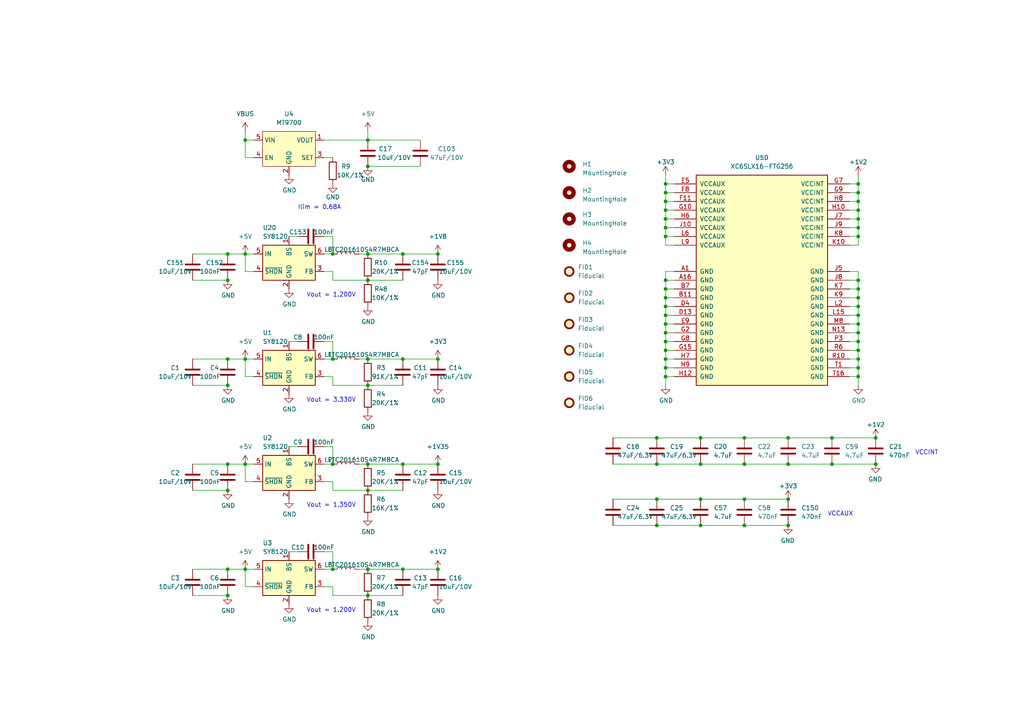
<source format=kicad_sch>
(kicad_sch (version 20231120) (generator "eeschema") (generator_version "8.0")
  (paper "A4")
  (title_block (title "Glider") (date "2024-05-09") (rev "R0.8") (company "Copyright 2024 Wenting Zhang"))
  (junction (at 203.2 144.78))
  (junction (at 190.5 152.4))
  (junction (at 248.92 68.58))
  (junction (at 66.04 104.14))
  (junction (at 116.84 134.62))
  (junction (at 248.92 66.04))
  (junction (at 228.6 127))
  (junction (at 96.52 165.1))
  (junction (at 106.68 165.1) (diameter 0.9144))
  (junction (at 248.92 91.44))
  (junction (at 193.04 81.28))
  (junction (at 106.68 134.62) (diameter 0.9144))
  (junction (at 193.04 60.96))
  (junction (at 71.12 165.1) (diameter 0.9144))
  (junction (at 106.68 48.26))
  (junction (at 193.04 104.14))
  (junction (at 71.12 104.14) (diameter 0.9144))
  (junction (at 248.92 109.22))
  (junction (at 106.68 111.76) (diameter 0.9144))
  (junction (at 228.6 134.62))
  (junction (at 193.04 91.44))
  (junction (at 241.3 134.62))
  (junction (at 106.68 172.72) (diameter 0.9144))
  (junction (at 248.92 93.98))
  (junction (at 193.04 68.58))
  (junction (at 228.6 152.4))
  (junction (at 193.04 101.6))
  (junction (at 193.04 93.98))
  (junction (at 116.84 104.14))
  (junction (at 248.92 86.36))
  (junction (at 248.92 58.42))
  (junction (at 248.92 106.68))
  (junction (at 193.04 53.34))
  (junction (at 127 104.14))
  (junction (at 254 127))
  (junction (at 215.9 127))
  (junction (at 193.04 63.5))
  (junction (at 215.9 152.4))
  (junction (at 106.68 104.14) (diameter 0.9144))
  (junction (at 215.9 144.78))
  (junction (at 71.12 134.62) (diameter 0.9144))
  (junction (at 241.3 127))
  (junction (at 248.92 88.9))
  (junction (at 248.92 83.82))
  (junction (at 116.84 165.1))
  (junction (at 106.68 142.24) (diameter 0.9144))
  (junction (at 248.92 99.06))
  (junction (at 248.92 81.28))
  (junction (at 66.04 142.24) (diameter 0.9144))
  (junction (at 193.04 96.52))
  (junction (at 193.04 58.42))
  (junction (at 127 134.62))
  (junction (at 248.92 63.5))
  (junction (at 116.84 73.66))
  (junction (at 66.04 81.28) (diameter 0.9144))
  (junction (at 96.52 134.62))
  (junction (at 193.04 55.88))
  (junction (at 193.04 109.22))
  (junction (at 71.12 40.64))
  (junction (at 96.52 104.14))
  (junction (at 254 134.62))
  (junction (at 248.92 101.6))
  (junction (at 193.04 99.06))
  (junction (at 66.04 134.62))
  (junction (at 215.9 134.62))
  (junction (at 248.92 104.14))
  (junction (at 66.04 172.72) (diameter 0.9144))
  (junction (at 106.68 40.64))
  (junction (at 193.04 106.68))
  (junction (at 127 73.66))
  (junction (at 203.2 152.4))
  (junction (at 106.68 81.28) (diameter 0.9144))
  (junction (at 71.12 73.66) (diameter 0.9144))
  (junction (at 66.04 73.66))
  (junction (at 127 165.1))
  (junction (at 193.04 66.04))
  (junction (at 190.5 144.78))
  (junction (at 203.2 134.62))
  (junction (at 106.68 73.66) (diameter 0.9144))
  (junction (at 193.04 86.36))
  (junction (at 66.04 165.1))
  (junction (at 66.04 111.76) (diameter 0.9144))
  (junction (at 248.92 96.52))
  (junction (at 248.92 60.96))
  (junction (at 193.04 88.9))
  (junction (at 203.2 127))
  (junction (at 96.52 73.66))
  (junction (at 248.92 55.88))
  (junction (at 248.92 53.34))
  (junction (at 190.5 134.62))
  (junction (at 190.5 127))
  (junction (at 228.6 144.78))
  (junction (at 193.04 83.82))
  (wire (pts (xy 106.68 81.28) (xy 96.52 81.28)))
  (wire (pts (xy 193.04 101.6) (xy 195.58 101.6)))
  (wire (pts (xy 106.68 134.62) (xy 104.14 134.62)))
  (wire (pts (xy 83.82 160.02) (xy 86.36 160.02)))
  (wire (pts (xy 190.5 152.4) (xy 177.8 152.4)))
  (wire (pts (xy 121.92 48.26) (xy 106.68 48.26)))
  (wire (pts (xy 71.12 134.62) (xy 73.66 134.62)))
  (wire (pts (xy 66.04 104.14) (xy 71.12 104.14)))
  (wire (pts (xy 193.04 53.34) (xy 195.58 53.34)))
  (wire (pts (xy 246.38 78.74) (xy 248.92 78.74)))
  (wire (pts (xy 93.98 45.72) (xy 96.52 45.72)))
  (wire (pts (xy 96.52 78.74) (xy 96.52 81.28)))
  (wire (pts (xy 248.92 101.6) (xy 248.92 104.14)))
  (wire (pts (xy 71.12 40.64) (xy 73.66 40.64)))
  (wire (pts (xy 121.92 40.64) (xy 106.68 40.64)))
  (wire (pts (xy 193.04 81.28) (xy 195.58 81.28)))
  (wire (pts (xy 241.3 127) (xy 254 127)))
  (wire (pts (xy 96.52 104.14) (xy 93.98 104.14)))
  (wire (pts (xy 93.98 129.54) (xy 96.52 129.54)))
  (wire (pts (xy 248.92 81.28) (xy 246.38 81.28)))
  (wire (pts (xy 93.98 68.58) (xy 96.52 68.58)))
  (wire (pts (xy 71.12 45.72) (xy 73.66 45.72)))
  (wire (pts (xy 248.92 58.42) (xy 248.92 60.96)))
  (wire (pts (xy 73.66 139.7) (xy 71.12 139.7)))
  (wire (pts (xy 116.84 104.14) (xy 127 104.14)))
  (wire (pts (xy 248.92 58.42) (xy 246.38 58.42)))
  (wire (pts (xy 248.92 99.06) (xy 246.38 99.06)))
  (wire (pts (xy 248.92 106.68) (xy 248.92 109.22)))
  (wire (pts (xy 106.68 172.72) (xy 116.84 172.72)))
  (wire (pts (xy 96.52 170.18) (xy 96.52 172.72)))
  (wire (pts (xy 93.98 170.18) (xy 96.52 170.18)))
  (wire (pts (xy 55.88 172.72) (xy 66.04 172.72)))
  (wire (pts (xy 106.68 111.76) (xy 96.52 111.76)))
  (wire (pts (xy 203.2 127) (xy 190.5 127)))
  (wire (pts (xy 193.04 58.42) (xy 195.58 58.42)))
  (wire (pts (xy 83.82 68.58) (xy 86.36 68.58)))
  (wire (pts (xy 71.12 78.74) (xy 71.12 73.66)))
  (wire (pts (xy 71.12 73.66) (xy 73.66 73.66)))
  (wire (pts (xy 66.04 165.1) (xy 71.12 165.1)))
  (wire (pts (xy 193.04 106.68) (xy 195.58 106.68)))
  (wire (pts (xy 193.04 83.82) (xy 195.58 83.82)))
  (wire (pts (xy 203.2 152.4) (xy 215.9 152.4)))
  (wire (pts (xy 248.92 53.34) (xy 246.38 53.34)))
  (wire (pts (xy 248.92 109.22) (xy 248.92 111.76)))
  (wire (pts (xy 203.2 144.78) (xy 190.5 144.78)))
  (wire (pts (xy 248.92 106.68) (xy 246.38 106.68)))
  (wire (pts (xy 96.52 73.66) (xy 93.98 73.66)))
  (wire (pts (xy 193.04 63.5) (xy 195.58 63.5)))
  (wire (pts (xy 248.92 86.36) (xy 248.92 88.9)))
  (wire (pts (xy 248.92 55.88) (xy 246.38 55.88)))
  (wire (pts (xy 215.9 127) (xy 228.6 127)))
  (wire (pts (xy 55.88 81.28) (xy 66.04 81.28)))
  (wire (pts (xy 71.12 38.1) (xy 71.12 40.64)))
  (wire (pts (xy 248.92 50.8) (xy 248.92 53.34)))
  (wire (pts (xy 248.92 71.12) (xy 246.38 71.12)))
  (wire (pts (xy 190.5 127) (xy 177.8 127)))
  (wire (pts (xy 193.04 109.22) (xy 195.58 109.22)))
  (wire (pts (xy 248.92 104.14) (xy 246.38 104.14)))
  (wire (pts (xy 215.9 134.62) (xy 228.6 134.62)))
  (wire (pts (xy 248.92 68.58) (xy 248.92 71.12)))
  (wire (pts (xy 193.04 86.36) (xy 195.58 86.36)))
  (wire (pts (xy 193.04 96.52) (xy 195.58 96.52)))
  (wire (pts (xy 55.88 111.76) (xy 66.04 111.76)))
  (wire (pts (xy 248.92 55.88) (xy 248.92 58.42)))
  (wire (pts (xy 116.84 134.62) (xy 127 134.62)))
  (wire (pts (xy 248.92 81.28) (xy 248.92 83.82)))
  (wire (pts (xy 106.68 104.14) (xy 104.14 104.14)))
  (wire (pts (xy 66.04 73.66) (xy 71.12 73.66)))
  (wire (pts (xy 248.92 83.82) (xy 248.92 86.36)))
  (wire (pts (xy 96.52 109.22) (xy 96.52 111.76)))
  (wire (pts (xy 93.98 109.22) (xy 96.52 109.22)))
  (wire (pts (xy 71.12 109.22) (xy 71.12 104.14)))
  (wire (pts (xy 83.82 99.06) (xy 86.36 99.06)))
  (wire (pts (xy 248.92 109.22) (xy 246.38 109.22)))
  (wire (pts (xy 106.68 142.24) (xy 116.84 142.24)))
  (wire (pts (xy 96.52 160.02) (xy 96.52 165.1)))
  (wire (pts (xy 71.12 165.1) (xy 73.66 165.1)))
  (wire (pts (xy 193.04 99.06) (xy 195.58 99.06)))
  (wire (pts (xy 248.92 83.82) (xy 246.38 83.82)))
  (wire (pts (xy 106.68 172.72) (xy 96.52 172.72)))
  (wire (pts (xy 228.6 134.62) (xy 241.3 134.62)))
  (wire (pts (xy 106.68 73.66) (xy 104.14 73.66)))
  (wire (pts (xy 248.92 99.06) (xy 248.92 101.6)))
  (wire (pts (xy 193.04 55.88) (xy 195.58 55.88)))
  (wire (pts (xy 106.68 134.62) (xy 116.84 134.62)))
  (wire (pts (xy 248.92 91.44) (xy 248.92 93.98)))
  (wire (pts (xy 73.66 109.22) (xy 71.12 109.22)))
  (wire (pts (xy 248.92 91.44) (xy 246.38 91.44)))
  (wire (pts (xy 248.92 63.5) (xy 246.38 63.5)))
  (wire (pts (xy 71.12 104.14) (xy 73.66 104.14)))
  (wire (pts (xy 215.9 152.4) (xy 228.6 152.4)))
  (wire (pts (xy 203.2 152.4) (xy 190.5 152.4)))
  (wire (pts (xy 190.5 134.62) (xy 177.8 134.62)))
  (wire (pts (xy 55.88 134.62) (xy 66.04 134.62)))
  (wire (pts (xy 96.52 99.06) (xy 96.52 104.14)))
  (wire (pts (xy 93.98 139.7) (xy 96.52 139.7)))
  (wire (pts (xy 248.92 60.96) (xy 246.38 60.96)))
  (wire (pts (xy 71.12 139.7) (xy 71.12 134.62)))
  (wire (pts (xy 248.92 96.52) (xy 248.92 99.06)))
  (wire (pts (xy 106.68 40.64) (xy 106.68 38.1)))
  (wire (pts (xy 203.2 134.62) (xy 190.5 134.62)))
  (wire (pts (xy 106.68 73.66) (xy 116.84 73.66)))
  (wire (pts (xy 248.92 53.34) (xy 248.92 55.88)))
  (wire (pts (xy 193.04 60.96) (xy 195.58 60.96)))
  (wire (pts (xy 248.92 88.9) (xy 246.38 88.9)))
  (wire (pts (xy 193.04 66.04) (xy 195.58 66.04)))
  (wire (pts (xy 215.9 144.78) (xy 228.6 144.78)))
  (wire (pts (xy 248.92 93.98) (xy 248.92 96.52)))
  (wire (pts (xy 93.98 78.74) (xy 96.52 78.74)))
  (wire (pts (xy 248.92 78.74) (xy 248.92 81.28)))
  (wire (pts (xy 248.92 66.04) (xy 248.92 68.58)))
  (wire (pts (xy 248.92 68.58) (xy 246.38 68.58)))
  (wire (pts (xy 55.88 165.1) (xy 66.04 165.1)))
  (wire (pts (xy 248.92 93.98) (xy 246.38 93.98)))
  (wire (pts (xy 193.04 68.58) (xy 195.58 68.58)))
  (wire (pts (xy 96.52 129.54) (xy 96.52 134.62)))
  (wire (pts (xy 193.04 50.8) (xy 193.04 53.34)))
  (wire (pts (xy 193.04 53.34) (xy 193.04 55.88)))
  (wire (pts (xy 193.04 55.88) (xy 193.04 58.42)))
  (wire (pts (xy 193.04 58.42) (xy 193.04 60.96)))
  (wire (pts (xy 193.04 60.96) (xy 193.04 63.5)))
  (wire (pts (xy 193.04 63.5) (xy 193.04 66.04)))
  (wire (pts (xy 193.04 66.04) (xy 193.04 68.58)))
  (wire (pts (xy 193.04 68.58) (xy 193.04 71.12)))
  (wire (pts (xy 193.04 71.12) (xy 195.58 71.12)))
  (wire (pts (xy 73.66 78.74) (xy 71.12 78.74)))
  (wire (pts (xy 241.3 134.62) (xy 254 134.62)))
  (wire (pts (xy 71.12 170.18) (xy 71.12 165.1)))
  (wire (pts (xy 83.82 129.54) (xy 86.36 129.54)))
  (wire (pts (xy 55.88 73.66) (xy 66.04 73.66)))
  (wire (pts (xy 96.52 165.1) (xy 93.98 165.1)))
  (wire (pts (xy 55.88 142.24) (xy 66.04 142.24)))
  (wire (pts (xy 96.52 134.62) (xy 93.98 134.62)))
  (wire (pts (xy 93.98 40.64) (xy 106.68 40.64)))
  (wire (pts (xy 106.68 142.24) (xy 96.52 142.24)))
  (wire (pts (xy 116.84 73.66) (xy 127 73.66)))
  (wire (pts (xy 106.68 111.76) (xy 116.84 111.76)))
  (wire (pts (xy 248.92 101.6) (xy 246.38 101.6)))
  (wire (pts (xy 203.2 134.62) (xy 215.9 134.62)))
  (wire (pts (xy 193.04 104.14) (xy 195.58 104.14)))
  (wire (pts (xy 66.04 134.62) (xy 71.12 134.62)))
  (wire (pts (xy 248.92 86.36) (xy 246.38 86.36)))
  (wire (pts (xy 193.04 91.44) (xy 195.58 91.44)))
  (wire (pts (xy 203.2 144.78) (xy 215.9 144.78)))
  (wire (pts (xy 73.66 170.18) (xy 71.12 170.18)))
  (wire (pts (xy 203.2 127) (xy 215.9 127)))
  (wire (pts (xy 71.12 40.64) (xy 71.12 45.72)))
  (wire (pts (xy 106.68 81.28) (xy 116.84 81.28)))
  (wire (pts (xy 228.6 127) (xy 241.3 127)))
  (wire (pts (xy 190.5 144.78) (xy 177.8 144.78)))
  (wire (pts (xy 106.68 165.1) (xy 104.14 165.1)))
  (wire (pts (xy 193.04 88.9) (xy 195.58 88.9)))
  (wire (pts (xy 96.52 68.58) (xy 96.52 73.66)))
  (wire (pts (xy 248.92 63.5) (xy 248.92 66.04)))
  (wire (pts (xy 248.92 96.52) (xy 246.38 96.52)))
  (wire (pts (xy 116.84 165.1) (xy 127 165.1)))
  (wire (pts (xy 248.92 60.96) (xy 248.92 63.5)))
  (wire (pts (xy 93.98 99.06) (xy 96.52 99.06)))
  (wire (pts (xy 106.68 165.1) (xy 116.84 165.1)))
  (wire (pts (xy 193.04 93.98) (xy 195.58 93.98)))
  (wire (pts (xy 193.04 78.74) (xy 193.04 81.28)))
  (wire (pts (xy 195.58 78.74) (xy 193.04 78.74)))
  (wire (pts (xy 193.04 81.28) (xy 193.04 83.82)))
  (wire (pts (xy 193.04 83.82) (xy 193.04 86.36)))
  (wire (pts (xy 193.04 99.06) (xy 193.04 101.6)))
  (wire (pts (xy 193.04 101.6) (xy 193.04 104.14)))
  (wire (pts (xy 193.04 91.44) (xy 193.04 93.98)))
  (wire (pts (xy 193.04 93.98) (xy 193.04 96.52)))
  (wire (pts (xy 193.04 96.52) (xy 193.04 99.06)))
  (wire (pts (xy 193.04 86.36) (xy 193.04 88.9)))
  (wire (pts (xy 193.04 88.9) (xy 193.04 91.44)))
  (wire (pts (xy 193.04 104.14) (xy 193.04 106.68)))
  (wire (pts (xy 193.04 106.68) (xy 193.04 109.22)))
  (wire (pts (xy 193.04 109.22) (xy 193.04 111.76)))
  (wire (pts (xy 248.92 88.9) (xy 248.92 91.44)))
  (wire (pts (xy 106.68 104.14) (xy 116.84 104.14)))
  (wire (pts (xy 248.92 104.14) (xy 248.92 106.68)))
  (wire (pts (xy 248.92 66.04) (xy 246.38 66.04)))
  (wire (pts (xy 55.88 104.14) (xy 66.04 104.14)))
  (wire (pts (xy 96.52 139.7) (xy 96.52 142.24)))
  (wire (pts (xy 93.98 160.02) (xy 96.52 160.02)))
  (text "Vout = 1.200V" (at 88.9 86.36 0) (effects (font (size 1.27 1.27)) (justify left bottom)))
  (text "Vout = 1.350V" (at 88.9 147.32 0) (effects (font (size 1.27 1.27)) (justify left bottom)))
  (text "Ilim = 0.68A" (at 86.36 60.96 0) (effects (font (size 1.27 1.27)) (justify left bottom)))
  (text "Vout = 1.200V" (at 88.9 177.8 0) (effects (font (size 1.27 1.27)) (justify left bottom)))
  (text "VCCAUX" (at 240.03 149.86 0) (effects (font (size 1.27 1.27)) (justify left bottom)))
  (text "VCCINT" (at 265.43 132.08 0) (effects (font (size 1.27 1.27)) (justify left bottom)))
  (text "Vout = 3.330V" (at 88.9 116.84 0) (effects (font (size 1.27 1.27)) (justify left bottom)))
  (symbol (lib_id "Device:L") (at 100.33 73.66 90) (unit 1)
    (property "Reference" "L8" (at 95.25 72.39 90))
    (property "Value" "FTC201610S4R7MBCA" (at 105.41 72.39 90))
    (property "Footprint" "Inductor_SMD:L_Murata_DFE201610P" (effects (hide yes)))
  )
  (symbol (lib_id "Device:C") (at 127 77.47 180) (unit 1)
    (property "Reference" "C155" (at 132.08 76.2 0))
    (property "Value" "10uF/10V" (at 132.08 78.74 0))
    (property "Footprint" "Capacitor_SMD:C_0805_2012Metric" (effects (hide yes)))
  )
  (symbol (lib_id "power:+5V") (at 71.12 73.66 0) (unit 1)
    (property "Reference" "#PWR0170" (effects (hide yes)))
    (property "Value" "+5V" (at 71.12 68.58 0))
  )
  (symbol (lib_id "power:GND") (at 127 142.24 0) (unit 1)
    (property "Reference" "#PWR023" (effects (hide yes)))
    (property "Value" "GND" (at 127.127 146.6342 0))
  )
  (symbol (lib_id "Device:R") (at 106.68 168.91 180) (unit 1)
    (property "Reference" "R7" (at 110.49 167.64 0))
    (property "Value" "20K/1%" (at 111.76 170.18 0))
    (property "Footprint" "Resistor_SMD:R_0402_1005Metric" (effects (hide yes)))
  )
  (symbol (lib_id "power:GND") (at 193.04 111.76 0) (unit 1)
    (property "Reference" "#PWR031" (effects (hide yes)))
    (property "Value" "GND" (at 193.167 116.1542 0))
  )
  (symbol (lib_id "power:+1V35") (at 127 134.62 0) (unit 1)
    (property "Reference" "#PWR022" (effects (hide yes)))
    (property "Value" "+1V35" (at 127 129.54 0))
  )
  (symbol (lib_id "power:+1V2") (at 127 165.1 0) (unit 1)
    (property "Reference" "#PWR0102" (effects (hide yes)))
    (property "Value" "+1V2" (at 127 160.02 0))
    (property "Description" "Power symbol creates a global label with name \"+1V2\"" (effects (hide yes)))
  )
  (symbol (lib_id "Device:C") (at 228.6 148.59 0) (unit 1)
    (property "Reference" "C150" (at 232.41 147.32 0) (effects (justify left)))
    (property "Value" "470nF" (at 232.41 149.86 0) (effects (justify left)))
    (property "Footprint" "Capacitor_SMD:C_0402_1005Metric" (effects (hide yes)))
    (property "Ref.Price" "0.0036" (effects (hide yes)))
  )
  (symbol (lib_id "power:GND") (at 96.52 53.34 0) (mirror y) (unit 1)
    (property "Reference" "#PWR019" (effects (hide yes)))
    (property "Value" "GND" (at 96.52 57.15 0))
  )
  (symbol (lib_id "Device:C") (at 127 138.43 180) (unit 1)
    (property "Reference" "C15" (at 132.08 137.16 0))
    (property "Value" "10uF/10V" (at 132.08 139.7 0))
    (property "Footprint" "Capacitor_SMD:C_0805_2012Metric" (effects (hide yes)))
  )
  (symbol (lib_id "Device:C") (at 190.5 130.81 0) (unit 1)
    (property "Reference" "C19" (at 194.31 129.54 0) (effects (justify left)))
    (property "Value" "47uF/6.3V" (at 191.77 132.08 0) (effects (justify left)))
    (property "Footprint" "Capacitor_SMD:C_0603_1608Metric" (effects (hide yes)))
    (property "Ref.Price" "0.0036" (effects (hide yes)))
  )
  (symbol (lib_id "Device:R") (at 106.68 115.57 180) (unit 1)
    (property "Reference" "R4" (at 110.49 114.3 0))
    (property "Value" "20K/1%" (at 111.76 116.84 0))
    (property "Footprint" "Resistor_SMD:R_0402_1005Metric" (effects (hide yes)))
  )
  (symbol (lib_id "power:+5V") (at 106.68 38.1 0) (unit 1)
    (property "Reference" "#PWR026" (effects (hide yes)))
    (property "Value" "+5V" (at 106.68 33.02 0))
  )
  (symbol (lib_id "Device:C") (at 190.5 148.59 0) (unit 1)
    (property "Reference" "C25" (at 194.31 147.32 0) (effects (justify left)))
    (property "Value" "47uF/6.3V" (at 191.77 149.86 0) (effects (justify left)))
    (property "Footprint" "Capacitor_SMD:C_0603_1608Metric" (effects (hide yes)))
    (property "Ref.Price" "0.0036" (effects (hide yes)))
  )
  (symbol (lib_id "power:+1V2") (at 248.92 50.8 0) (unit 1)
    (property "Reference" "#PWR024" (effects (hide yes)))
    (property "Value" "+1V2" (at 248.92 46.99 0))
    (property "Description" "Power symbol creates a global label with name \"+1V2\"" (effects (hide yes)))
  )
  (symbol (lib_id "symbols:SY8120") (at 83.82 76.2 0) (unit 1)
    (property "Reference" "U20" (at 76.2 66.04 0) (effects (justify left)))
    (property "Value" "SY8120" (at 76.2 68.58 0) (effects (justify left)))
    (property "Footprint" "Package_TO_SOT_SMD:TSOT-23-6" (effects (hide yes)))
  )
  (symbol (lib_id "Device:L") (at 100.33 104.14 90) (unit 1)
    (property "Reference" "L1" (at 95.25 102.87 90))
    (property "Value" "FTC201610S4R7MBCA" (at 105.41 102.87 90))
    (property "Footprint" "Inductor_SMD:L_Murata_DFE201610P" (effects (hide yes)))
  )
  (symbol (lib_id "power:GND") (at 127 172.72 0) (unit 1)
    (property "Reference" "#PWR025" (effects (hide yes)))
    (property "Value" "GND" (at 127.127 177.1142 0))
  )
  (symbol (lib_id "Device:L") (at 100.33 134.62 90) (unit 1)
    (property "Reference" "L2" (at 95.25 133.35 90))
    (property "Value" "FTC201610S4R7MBCA" (at 105.41 133.35 90))
    (property "Footprint" "Inductor_SMD:L_Murata_DFE201610P" (effects (hide yes)))
  )
  (symbol (lib_id "Device:C") (at 116.84 138.43 180) (unit 1)
    (property "Reference" "C12" (at 121.92 137.16 0))
    (property "Value" "47pF" (at 121.92 139.7 0))
    (property "Footprint" "Capacitor_SMD:C_0402_1005Metric" (effects (hide yes)))
  )
  (symbol (lib_id "power:GND") (at 66.04 81.28 0) (unit 1)
    (property "Reference" "#PWR0169" (effects (hide yes)))
    (property "Value" "GND" (at 66.167 85.6742 0))
  )
  (symbol (lib_id "symbols:SY8120") (at 83.82 167.64 0) (unit 1)
    (property "Reference" "U3" (at 76.2 157.48 0) (effects (justify left)))
    (property "Value" "SY8120" (at 76.2 160.02 0) (effects (justify left)))
    (property "Footprint" "Package_TO_SOT_SMD:TSOT-23-6" (effects (hide yes)))
  )
  (symbol (lib_id "power:+1V8") (at 127 73.66 0) (unit 1)
    (property "Reference" "#PWR0173" (effects (hide yes)))
    (property "Value" "+1V8" (at 127 68.58 0))
    (property "Description" "Power symbol creates a global label with name \"+1V8\"" (effects (hide yes)))
  )
  (symbol (lib_id "power:GND") (at 106.68 119.38 0) (unit 1)
    (property "Reference" "#PWR015" (effects (hide yes)))
    (property "Value" "GND" (at 106.807 123.7742 0))
  )
  (symbol (lib_id "Device:C") (at 90.17 160.02 270) (unit 1)
    (property "Reference" "C10" (at 86.36 158.75 90))
    (property "Value" "100nF" (at 93.98 158.75 90))
    (property "Footprint" "Capacitor_SMD:C_0402_1005Metric" (effects (hide yes)))
  )
  (symbol (lib_id "Device:R") (at 96.52 49.53 180) (unit 1)
    (property "Reference" "R9" (at 100.33 48.26 0))
    (property "Value" "10K/1%" (at 101.6 50.8 0))
    (property "Footprint" "Resistor_SMD:R_0402_1005Metric" (effects (hide yes)))
  )
  (symbol (lib_id "Device:C") (at 215.9 130.81 0) (unit 1)
    (property "Reference" "C22" (at 219.71 129.54 0) (effects (justify left)))
    (property "Value" "4.7uF" (at 219.71 132.08 0) (effects (justify left)))
    (property "Footprint" "Capacitor_SMD:C_0402_1005Metric" (effects (hide yes)))
    (property "Ref.Price" "0.0036" (effects (hide yes)))
  )
  (symbol (lib_id "Device:L") (at 100.33 165.1 90) (unit 1)
    (property "Reference" "L3" (at 95.25 163.83 90))
    (property "Value" "FTC201610S4R7MBCA" (at 105.41 163.83 90))
    (property "Footprint" "Inductor_SMD:L_Murata_DFE201610P" (effects (hide yes)))
  )
  (symbol (lib_id "Device:R") (at 106.68 138.43 180) (unit 1)
    (property "Reference" "R5" (at 110.49 137.16 0))
    (property "Value" "20K/1%" (at 111.76 139.7 0))
    (property "Footprint" "Resistor_SMD:R_0402_1005Metric" (effects (hide yes)))
  )
  (symbol (lib_id "Device:C") (at 215.9 148.59 0) (unit 1)
    (property "Reference" "C58" (at 219.71 147.32 0) (effects (justify left)))
    (property "Value" "470nF" (at 219.71 149.86 0) (effects (justify left)))
    (property "Footprint" "Capacitor_SMD:C_0402_1005Metric" (effects (hide yes)))
    (property "Ref.Price" "0.0036" (effects (hide yes)))
  )
  (symbol (lib_id "Device:C") (at 90.17 68.58 270) (unit 1)
    (property "Reference" "C153" (at 86.36 67.31 90))
    (property "Value" "100nF" (at 93.98 67.31 90))
    (property "Footprint" "Capacitor_SMD:C_0402_1005Metric" (effects (hide yes)))
  )
  (symbol (lib_id "Device:R") (at 106.68 146.05 180) (unit 1)
    (property "Reference" "R6" (at 110.49 144.78 0))
    (property "Value" "16K/1%" (at 111.76 147.32 0))
    (property "Footprint" "Resistor_SMD:R_0402_1005Metric" (effects (hide yes)))
  )
  (symbol (lib_id "symbols:SY8120") (at 83.82 106.68 0) (unit 1)
    (property "Reference" "U1" (at 76.2 96.52 0) (effects (justify left)))
    (property "Value" "SY8120" (at 76.2 99.06 0) (effects (justify left)))
    (property "Footprint" "Package_TO_SOT_SMD:TSOT-23-6" (effects (hide yes)))
  )
  (symbol (lib_id "Device:C") (at 66.04 107.95 180) (unit 1)
    (property "Reference" "C4" (at 62.23 106.68 0))
    (property "Value" "100nF" (at 60.96 109.22 0))
    (property "Footprint" "Capacitor_SMD:C_0402_1005Metric" (effects (hide yes)))
  )
  (symbol (lib_id "Device:C") (at 55.88 138.43 180) (unit 1)
    (property "Reference" "C2" (at 50.8 137.16 0))
    (property "Value" "10uF/10V" (at 50.8 139.7 0))
    (property "Footprint" "Capacitor_SMD:C_0805_2012Metric" (effects (hide yes)))
  )
  (symbol (lib_id "power:GND") (at 83.82 83.82 0) (unit 1)
    (property "Reference" "#PWR0171" (effects (hide yes)))
    (property "Value" "GND" (at 83.947 88.2142 0))
  )
  (symbol (lib_id "power:+3V3") (at 228.6 144.78 0) (unit 1)
    (property "Reference" "#PWR032" (effects (hide yes)))
    (property "Value" "+3V3" (at 228.6 140.97 0))
  )
  (symbol (lib_id "Mechanical:Fiducial") (at 165.1 116.84 0) (unit 1)
    (property "Reference" "FID6" (at 167.64 115.5699 0) (effects (justify left)))
    (property "Value" "Fiducial" (at 167.64 118.1099 0) (effects (justify left)))
    (property "Footprint" "Fiducial:Fiducial_1mm_Mask2mm" (effects (hide yes)))
    (property "Description" "Fiducial Marker" (effects (hide yes)))
  )
  (symbol (lib_id "Device:C") (at 55.88 107.95 180) (unit 1)
    (property "Reference" "C1" (at 50.8 106.68 0))
    (property "Value" "10uF/10V" (at 50.8 109.22 0))
    (property "Footprint" "Capacitor_SMD:C_0805_2012Metric" (effects (hide yes)))
  )
  (symbol (lib_id "Device:C") (at 127 107.95 180) (unit 1)
    (property "Reference" "C14" (at 132.08 106.68 0))
    (property "Value" "10uF/10V" (at 132.08 109.22 0))
    (property "Footprint" "Capacitor_SMD:C_0805_2012Metric" (effects (hide yes)))
  )
  (symbol (lib_id "Mechanical:Fiducial") (at 165.1 78.74 0) (unit 1)
    (property "Reference" "FID1" (at 167.64 77.4699 0) (effects (justify left)))
    (property "Value" "Fiducial" (at 167.64 80.0099 0) (effects (justify left)))
    (property "Footprint" "Fiducial:Fiducial_1mm_Mask2mm" (effects (hide yes)))
    (property "Description" "Fiducial Marker" (effects (hide yes)))
  )
  (symbol (lib_id "power:GND") (at 127 111.76 0) (unit 1)
    (property "Reference" "#PWR021" (effects (hide yes)))
    (property "Value" "GND" (at 127.127 116.1542 0))
  )
  (symbol (lib_id "Device:C") (at 241.3 130.81 0) (unit 1)
    (property "Reference" "C59" (at 245.11 129.54 0) (effects (justify left)))
    (property "Value" "4.7uF" (at 245.11 132.08 0) (effects (justify left)))
    (property "Footprint" "Capacitor_SMD:C_0402_1005Metric" (effects (hide yes)))
    (property "Ref.Price" "0.0036" (effects (hide yes)))
  )
  (symbol (lib_id "Mechanical:MountingHole") (at 165.1 55.88 0) (unit 1)
    (property "Reference" "H2" (at 168.91 55.2449 0) (effects (justify left)))
    (property "Value" "MountingHole" (at 168.91 57.7849 0) (effects (justify left)))
    (property "Footprint" "MountingHole:MountingHole_2.2mm_M2_DIN965" (effects (hide yes)))
  )
  (symbol (lib_id "Mechanical:MountingHole") (at 165.1 71.12 0) (unit 1)
    (property "Reference" "H4" (at 168.91 70.4849 0) (effects (justify left)))
    (property "Value" "MountingHole" (at 168.91 73.0249 0) (effects (justify left)))
    (property "Footprint" "MountingHole:MountingHole_2.2mm_M2_DIN965" (effects (hide yes)))
  )
  (symbol (lib_id "Device:R") (at 106.68 176.53 180) (unit 1)
    (property "Reference" "R8" (at 110.49 175.26 0))
    (property "Value" "20K/1%" (at 111.76 177.8 0))
    (property "Footprint" "Resistor_SMD:R_0402_1005Metric" (effects (hide yes)))
  )
  (symbol (lib_id "Device:C") (at 203.2 148.59 0) (unit 1)
    (property "Reference" "C57" (at 207.01 147.32 0) (effects (justify left)))
    (property "Value" "4.7uF" (at 207.01 149.86 0) (effects (justify left)))
    (property "Footprint" "Capacitor_SMD:C_0402_1005Metric" (effects (hide yes)))
    (property "Ref.Price" "0.0036" (effects (hide yes)))
  )
  (symbol (lib_id "power:GND") (at 66.04 142.24 0) (unit 1)
    (property "Reference" "#PWR03" (effects (hide yes)))
    (property "Value" "GND" (at 66.167 146.6342 0))
  )
  (symbol (lib_id "Device:C") (at 90.17 99.06 270) (unit 1)
    (property "Reference" "C8" (at 86.36 97.79 90))
    (property "Value" "100nF" (at 93.98 97.79 90))
    (property "Footprint" "Capacitor_SMD:C_0402_1005Metric" (effects (hide yes)))
  )
  (symbol (lib_id "power:GND") (at 66.04 111.76 0) (unit 1)
    (property "Reference" "#PWR02" (effects (hide yes)))
    (property "Value" "GND" (at 66.167 116.1542 0))
  )
  (symbol (lib_id "power:GND") (at 248.92 111.76 0) (unit 1)
    (property "Reference" "#PWR035" (effects (hide yes)))
    (property "Value" "GND" (at 249.047 116.1542 0))
  )
  (symbol (lib_id "power:GND") (at 106.68 149.86 0) (unit 1)
    (property "Reference" "#PWR016" (effects (hide yes)))
    (property "Value" "GND" (at 106.807 154.2542 0))
  )
  (symbol (lib_id "power:+5V") (at 71.12 104.14 0) (unit 1)
    (property "Reference" "#PWR06" (effects (hide yes)))
    (property "Value" "+5V" (at 71.12 99.06 0))
  )
  (symbol (lib_id "Device:C") (at 228.6 130.81 0) (unit 1)
    (property "Reference" "C23" (at 232.41 129.54 0) (effects (justify left)))
    (property "Value" "4.7uF" (at 232.41 132.08 0) (effects (justify left)))
    (property "Footprint" "Capacitor_SMD:C_0402_1005Metric" (effects (hide yes)))
    (property "Ref.Price" "0.0036" (effects (hide yes)))
  )
  (symbol (lib_id "Device:C") (at 66.04 77.47 180) (unit 1)
    (property "Reference" "C152" (at 62.23 76.2 0))
    (property "Value" "100nF" (at 60.96 78.74 0))
    (property "Footprint" "Capacitor_SMD:C_0402_1005Metric" (effects (hide yes)))
  )
  (symbol (lib_id "power:GND") (at 106.68 180.34 0) (unit 1)
    (property "Reference" "#PWR017" (effects (hide yes)))
    (property "Value" "GND" (at 106.807 184.7342 0))
  )
  (symbol (lib_id "Device:C") (at 121.92 44.45 0) (mirror x) (unit 1)
    (property "Reference" "C103" (at 129.54 43.18 0))
    (property "Value" "47uF/10V" (at 129.54 45.72 0))
    (property "Footprint" "Capacitor_SMD:C_1206_3216Metric" (effects (hide yes)))
    (property "Ref.Price" "0.0165" (effects (hide yes)))
  )
  (symbol (lib_id "Device:C") (at 106.68 44.45 0) (mirror x) (unit 1)
    (property "Reference" "C17" (at 111.76 43.18 0))
    (property "Value" "10uF/10V" (at 114.3 45.72 0))
    (property "Footprint" "Capacitor_SMD:C_0805_2012Metric" (effects (hide yes)))
    (property "Ref.Price" "0.0165" (effects (hide yes)))
  )
  (symbol (lib_id "Device:R") (at 106.68 85.09 180) (unit 1)
    (property "Reference" "R48" (at 110.49 83.82 0))
    (property "Value" "10K/1%" (at 111.76 86.36 0))
    (property "Footprint" "Resistor_SMD:R_0402_1005Metric" (effects (hide yes)))
  )
  (symbol (lib_id "Device:R") (at 106.68 77.47 180) (unit 1)
    (property "Reference" "R10" (at 110.49 76.2 0))
    (property "Value" "20K/1%" (at 111.76 78.74 0))
    (property "Footprint" "Resistor_SMD:R_0402_1005Metric" (effects (hide yes)))
  )
  (symbol (lib_id "power:+3V3") (at 127 104.14 0) (unit 1)
    (property "Reference" "#PWR020" (effects (hide yes)))
    (property "Value" "+3V3" (at 127 99.06 0))
  )
  (symbol (lib_id "Device:C") (at 254 130.81 0) (unit 1)
    (property "Reference" "C21" (at 257.81 129.54 0) (effects (justify left)))
    (property "Value" "470nF" (at 257.81 132.08 0) (effects (justify left)))
    (property "Footprint" "Capacitor_SMD:C_0402_1005Metric" (effects (hide yes)))
    (property "Ref.Price" "0.0036" (effects (hide yes)))
  )
  (symbol (lib_id "symbols:SY8120") (at 83.82 137.16 0) (unit 1)
    (property "Reference" "U2" (at 76.2 127 0) (effects (justify left)))
    (property "Value" "SY8120" (at 76.2 129.54 0) (effects (justify left)))
    (property "Footprint" "Package_TO_SOT_SMD:TSOT-23-6" (effects (hide yes)))
  )
  (symbol (lib_id "Mechanical:Fiducial") (at 165.1 101.6 0) (unit 1)
    (property "Reference" "FID4" (at 167.64 100.3299 0) (effects (justify left)))
    (property "Value" "Fiducial" (at 167.64 102.8699 0) (effects (justify left)))
    (property "Footprint" "Fiducial:Fiducial_1mm_Mask2mm" (effects (hide yes)))
    (property "Description" "Fiducial Marker" (effects (hide yes)))
  )
  (symbol (lib_id "power:GND") (at 83.82 50.8 0) (unit 1)
    (property "Reference" "#PWR018" (effects (hide yes)))
    (property "Value" "GND" (at 83.947 55.1942 0))
  )
  (symbol (lib_id "power:GND") (at 106.68 48.26 0) (mirror y) (unit 1)
    (property "Reference" "#PWR027" (effects (hide yes)))
    (property "Value" "GND" (at 106.68 52.07 0))
  )
  (symbol (lib_id "Device:C") (at 177.8 148.59 0) (unit 1)
    (property "Reference" "C24" (at 181.61 147.32 0) (effects (justify left)))
    (property "Value" "47uF/6.3V" (at 179.07 149.86 0) (effects (justify left)))
    (property "Footprint" "Capacitor_SMD:C_0603_1608Metric" (effects (hide yes)))
    (property "Ref.Price" "0.0036" (effects (hide yes)))
  )
  (symbol (lib_id "Device:C") (at 66.04 138.43 180) (unit 1)
    (property "Reference" "C5" (at 62.23 137.16 0))
    (property "Value" "100nF" (at 60.96 139.7 0))
    (property "Footprint" "Capacitor_SMD:C_0402_1005Metric" (effects (hide yes)))
  )
  (symbol (lib_id "Device:C") (at 55.88 168.91 180) (unit 1)
    (property "Reference" "C3" (at 50.8 167.64 0))
    (property "Value" "10uF/10V" (at 50.8 170.18 0))
    (property "Footprint" "Capacitor_SMD:C_0805_2012Metric" (effects (hide yes)))
  )
  (symbol (lib_id "Mechanical:Fiducial") (at 165.1 109.22 0) (unit 1)
    (property "Reference" "FID5" (at 167.64 107.9499 0) (effects (justify left)))
    (property "Value" "Fiducial" (at 167.64 110.4899 0) (effects (justify left)))
    (property "Footprint" "Fiducial:Fiducial_1mm_Mask2mm" (effects (hide yes)))
    (property "Description" "Fiducial Marker" (effects (hide yes)))
  )
  (symbol (lib_id "power:GND") (at 228.6 152.4 0) (mirror y) (unit 1)
    (property "Reference" "#PWR033" (effects (hide yes)))
    (property "Value" "GND" (at 228.473 156.7942 0))
  )
  (symbol (lib_id "power:GND") (at 106.68 88.9 0) (unit 1)
    (property "Reference" "#PWR0172" (effects (hide yes)))
    (property "Value" "GND" (at 106.807 93.2942 0))
  )
  (symbol (lib_id "power:+1V2") (at 254 127 0) (unit 1)
    (property "Reference" "#PWR028" (effects (hide yes)))
    (property "Value" "+1V2" (at 254 123.19 0))
    (property "Description" "Power symbol creates a global label with name \"+1V2\"" (effects (hide yes)))
  )
  (symbol (lib_id "Device:C") (at 116.84 107.95 180) (unit 1)
    (property "Reference" "C11" (at 121.92 106.68 0))
    (property "Value" "47pF" (at 121.92 109.22 0))
    (property "Footprint" "Capacitor_SMD:C_0402_1005Metric" (effects (hide yes)))
  )
  (symbol (lib_id "Device:C") (at 116.84 168.91 180) (unit 1)
    (property "Reference" "C13" (at 121.92 167.64 0))
    (property "Value" "47pF" (at 121.92 170.18 0))
    (property "Footprint" "Capacitor_SMD:C_0402_1005Metric" (effects (hide yes)))
  )
  (symbol (lib_id "Mechanical:MountingHole") (at 165.1 63.5 0) (unit 1)
    (property "Reference" "H3" (at 168.91 62.23 0) (effects (justify left)))
    (property "Value" "MountingHole" (at 168.91 64.77 0) (effects (justify left)))
    (property "Footprint" "MountingHole:MountingHole_2.2mm_M2_DIN965" (effects (hide yes)))
  )
  (symbol (lib_id "Device:C") (at 66.04 168.91 180) (unit 1)
    (property "Reference" "C6" (at 62.23 167.64 0))
    (property "Value" "100nF" (at 60.96 170.18 0))
    (property "Footprint" "Capacitor_SMD:C_0402_1005Metric" (effects (hide yes)))
  )
  (symbol (lib_id "Mechanical:MountingHole") (at 165.1 48.26 0) (unit 1)
    (property "Reference" "H1" (at 168.91 47.6249 0) (effects (justify left)))
    (property "Value" "MountingHole" (at 168.91 50.1649 0) (effects (justify left)))
    (property "Footprint" "MountingHole:MountingHole_2.2mm_M2_DIN965" (effects (hide yes)))
  )
  (symbol (lib_id "Device:C") (at 116.84 77.47 180) (unit 1)
    (property "Reference" "C154" (at 121.92 76.2 0))
    (property "Value" "47pF" (at 121.92 78.74 0))
    (property "Footprint" "Capacitor_SMD:C_0402_1005Metric" (effects (hide yes)))
  )
  (symbol (lib_id "FPGA_Xilinx_Spartan6:XC6SLX16-FTG256") (at 220.98 81.28 0) (unit 4)
    (property "Reference" "U5" (at 220.98 45.72 0))
    (property "Value" "XC6SLX16-FTG256" (at 220.98 48.26 0))
    (property "Footprint" "footprints:Xilinx_FTG256" (effects (hide yes)))
    (property "Ref.Price" "7.4837" (effects (hide yes)))
  )
  (symbol (lib_id "power:GND") (at 127 81.28 0) (unit 1)
    (property "Reference" "#PWR0174" (effects (hide yes)))
    (property "Value" "GND" (at 127.127 85.6742 0))
  )
  (symbol (lib_id "Mechanical:Fiducial") (at 165.1 86.36 0) (unit 1)
    (property "Reference" "FID2" (at 167.64 85.0899 0) (effects (justify left)))
    (property "Value" "Fiducial" (at 167.64 87.6299 0) (effects (justify left)))
    (property "Footprint" "Fiducial:Fiducial_1mm_Mask2mm" (effects (hide yes)))
    (property "Description" "Fiducial Marker" (effects (hide yes)))
  )
  (symbol (lib_id "power:VBUS") (at 71.12 38.1 0) (unit 1)
    (property "Reference" "#PWR0142" (effects (hide yes)))
    (property "Value" "VBUS" (at 71.12 33.02 0))
  )
  (symbol (lib_id "Device:C") (at 203.2 130.81 0) (unit 1)
    (property "Reference" "C20" (at 207.01 129.54 0) (effects (justify left)))
    (property "Value" "4.7uF" (at 207.01 132.08 0) (effects (justify left)))
    (property "Footprint" "Capacitor_SMD:C_0402_1005Metric" (effects (hide yes)))
    (property "Ref.Price" "0.0036" (effects (hide yes)))
  )
  (symbol (lib_id "power:+5V") (at 71.12 165.1 0) (unit 1)
    (property "Reference" "#PWR08" (effects (hide yes)))
    (property "Value" "+5V" (at 71.12 160.02 0))
  )
  (symbol (lib_id "Device:R") (at 106.68 107.95 180) (unit 1)
    (property "Reference" "R3" (at 110.49 106.68 0))
    (property "Value" "91K/1%" (at 111.76 109.22 0))
    (property "Footprint" "Resistor_SMD:R_0402_1005Metric" (effects (hide yes)))
  )
  (symbol (lib_id "Mechanical:Fiducial") (at 165.1 93.98 0) (unit 1)
    (property "Reference" "FID3" (at 167.64 92.7099 0) (effects (justify left)))
    (property "Value" "Fiducial" (at 167.64 95.2499 0) (effects (justify left)))
    (property "Footprint" "Fiducial:Fiducial_1mm_Mask2mm" (effects (hide yes)))
    (property "Description" "Fiducial Marker" (effects (hide yes)))
  )
  (symbol (lib_id "power:GND") (at 66.04 172.72 0) (unit 1)
    (property "Reference" "#PWR04" (effects (hide yes)))
    (property "Value" "GND" (at 66.167 177.1142 0))
  )
  (symbol (lib_id "symbols:MT9700") (at 83.82 43.18 0) (unit 1)
    (property "Reference" "U4" (at 83.82 33.02 0))
    (property "Value" "MT9700" (at 83.82 35.56 0))
    (property "Footprint" "Package_TO_SOT_SMD:SOT-23-5" (effects (hide yes)))
  )
  (symbol (lib_id "power:GND") (at 254 134.62 0) (mirror y) (unit 1)
    (property "Reference" "#PWR029" (effects (hide yes)))
    (property "Value" "GND" (at 253.873 139.0142 0))
  )
  (symbol (lib_id "power:GND") (at 83.82 144.78 0) (unit 1)
    (property "Reference" "#PWR011" (effects (hide yes)))
    (property "Value" "GND" (at 83.947 149.1742 0))
  )
  (symbol (lib_id "power:GND") (at 83.82 175.26 0) (unit 1)
    (property "Reference" "#PWR012" (effects (hide yes)))
    (property "Value" "GND" (at 83.947 179.6542 0))
  )
  (symbol (lib_id "power:GND") (at 83.82 114.3 0) (unit 1)
    (property "Reference" "#PWR010" (effects (hide yes)))
    (property "Value" "GND" (at 83.947 118.6942 0))
  )
  (symbol (lib_id "Device:C") (at 55.88 77.47 180) (unit 1)
    (property "Reference" "C151" (at 50.8 76.2 0))
    (property "Value" "10uF/10V" (at 50.8 78.74 0))
    (property "Footprint" "Capacitor_SMD:C_0805_2012Metric" (effects (hide yes)))
  )
  (symbol (lib_id "Device:C") (at 127 168.91 180) (unit 1)
    (property "Reference" "C16" (at 132.08 167.64 0))
    (property "Value" "10uF/10V" (at 132.08 170.18 0))
    (property "Footprint" "Capacitor_SMD:C_0805_2012Metric" (effects (hide yes)))
  )
  (symbol (lib_id "Device:C") (at 90.17 129.54 270) (unit 1)
    (property "Reference" "C9" (at 86.36 128.27 90))
    (property "Value" "100nF" (at 93.98 128.27 90))
    (property "Footprint" "Capacitor_SMD:C_0402_1005Metric" (effects (hide yes)))
  )
  (symbol (lib_id "power:+3V3") (at 193.04 50.8 0) (unit 1)
    (property "Reference" "#PWR030" (effects (hide yes)))
    (property "Value" "+3V3" (at 193.04 46.99 0))
  )
  (symbol (lib_id "power:+5V") (at 71.12 134.62 0) (unit 1)
    (property "Reference" "#PWR07" (effects (hide yes)))
    (property "Value" "+5V" (at 71.12 129.54 0))
  )
  (symbol (lib_id "Device:C") (at 177.8 130.81 0) (unit 1)
    (property "Reference" "C18" (at 181.61 129.54 0) (effects (justify left)))
    (property "Value" "47uF/6.3V" (at 179.07 132.08 0) (effects (justify left)))
    (property "Footprint" "Capacitor_SMD:C_0603_1608Metric" (effects (hide yes)))
    (property "Ref.Price" "0.0036" (effects (hide yes)))
  )
)
</source>
